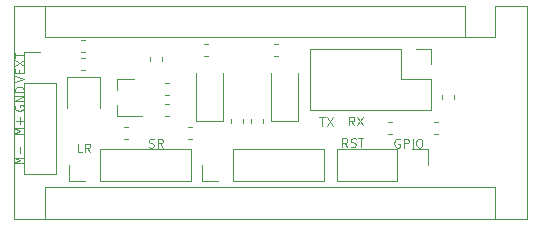
<source format=gbr>
G04 #@! TF.GenerationSoftware,KiCad,Pcbnew,(5.0.0)*
G04 #@! TF.CreationDate,2019-04-18T12:31:28+02:00*
G04 #@! TF.ProjectId,WateringSystem,5761746572696E6753797374656D2E6B,rev?*
G04 #@! TF.SameCoordinates,Original*
G04 #@! TF.FileFunction,Legend,Top*
G04 #@! TF.FilePolarity,Positive*
%FSLAX46Y46*%
G04 Gerber Fmt 4.6, Leading zero omitted, Abs format (unit mm)*
G04 Created by KiCad (PCBNEW (5.0.0)) date 04/18/19 12:31:28*
%MOMM*%
%LPD*%
G01*
G04 APERTURE LIST*
%ADD10C,0.100000*%
%ADD11C,0.120000*%
G04 APERTURE END LIST*
D10*
X89573171Y-84755485D02*
X90001742Y-84755485D01*
X89787457Y-85505485D02*
X89787457Y-84755485D01*
X90180314Y-84755485D02*
X90680314Y-85505485D01*
X90680314Y-84755485D02*
X90180314Y-85505485D01*
X92534200Y-85480085D02*
X92284200Y-85122942D01*
X92105628Y-85480085D02*
X92105628Y-84730085D01*
X92391342Y-84730085D01*
X92462771Y-84765800D01*
X92498485Y-84801514D01*
X92534200Y-84872942D01*
X92534200Y-84980085D01*
X92498485Y-85051514D01*
X92462771Y-85087228D01*
X92391342Y-85122942D01*
X92105628Y-85122942D01*
X92784200Y-84730085D02*
X93284200Y-85480085D01*
X93284200Y-84730085D02*
X92784200Y-85480085D01*
X96354200Y-86645400D02*
X96282771Y-86609685D01*
X96175628Y-86609685D01*
X96068485Y-86645400D01*
X95997057Y-86716828D01*
X95961342Y-86788257D01*
X95925628Y-86931114D01*
X95925628Y-87038257D01*
X95961342Y-87181114D01*
X95997057Y-87252542D01*
X96068485Y-87323971D01*
X96175628Y-87359685D01*
X96247057Y-87359685D01*
X96354200Y-87323971D01*
X96389914Y-87288257D01*
X96389914Y-87038257D01*
X96247057Y-87038257D01*
X96711342Y-87359685D02*
X96711342Y-86609685D01*
X96997057Y-86609685D01*
X97068485Y-86645400D01*
X97104200Y-86681114D01*
X97139914Y-86752542D01*
X97139914Y-86859685D01*
X97104200Y-86931114D01*
X97068485Y-86966828D01*
X96997057Y-87002542D01*
X96711342Y-87002542D01*
X97461342Y-87359685D02*
X97461342Y-86609685D01*
X97961342Y-86609685D02*
X98104200Y-86609685D01*
X98175628Y-86645400D01*
X98247057Y-86716828D01*
X98282771Y-86859685D01*
X98282771Y-87109685D01*
X98247057Y-87252542D01*
X98175628Y-87323971D01*
X98104200Y-87359685D01*
X97961342Y-87359685D01*
X97889914Y-87323971D01*
X97818485Y-87252542D01*
X97782771Y-87109685D01*
X97782771Y-86859685D01*
X97818485Y-86716828D01*
X97889914Y-86645400D01*
X97961342Y-86609685D01*
X91943685Y-87308885D02*
X91693685Y-86951742D01*
X91515114Y-87308885D02*
X91515114Y-86558885D01*
X91800828Y-86558885D01*
X91872257Y-86594600D01*
X91907971Y-86630314D01*
X91943685Y-86701742D01*
X91943685Y-86808885D01*
X91907971Y-86880314D01*
X91872257Y-86916028D01*
X91800828Y-86951742D01*
X91515114Y-86951742D01*
X92229400Y-87273171D02*
X92336542Y-87308885D01*
X92515114Y-87308885D01*
X92586542Y-87273171D01*
X92622257Y-87237457D01*
X92657971Y-87166028D01*
X92657971Y-87094600D01*
X92622257Y-87023171D01*
X92586542Y-86987457D01*
X92515114Y-86951742D01*
X92372257Y-86916028D01*
X92300828Y-86880314D01*
X92265114Y-86844600D01*
X92229400Y-86773171D01*
X92229400Y-86701742D01*
X92265114Y-86630314D01*
X92300828Y-86594600D01*
X92372257Y-86558885D01*
X92550828Y-86558885D01*
X92657971Y-86594600D01*
X92872257Y-86558885D02*
X93300828Y-86558885D01*
X93086542Y-87308885D02*
X93086542Y-86558885D01*
X69478542Y-87766085D02*
X69121400Y-87766085D01*
X69121400Y-87016085D01*
X70157114Y-87766085D02*
X69907114Y-87408942D01*
X69728542Y-87766085D02*
X69728542Y-87016085D01*
X70014257Y-87016085D01*
X70085685Y-87051800D01*
X70121400Y-87087514D01*
X70157114Y-87158942D01*
X70157114Y-87266085D01*
X70121400Y-87337514D01*
X70085685Y-87373228D01*
X70014257Y-87408942D01*
X69728542Y-87408942D01*
X75128114Y-87323971D02*
X75235257Y-87359685D01*
X75413828Y-87359685D01*
X75485257Y-87323971D01*
X75520971Y-87288257D01*
X75556685Y-87216828D01*
X75556685Y-87145400D01*
X75520971Y-87073971D01*
X75485257Y-87038257D01*
X75413828Y-87002542D01*
X75270971Y-86966828D01*
X75199542Y-86931114D01*
X75163828Y-86895400D01*
X75128114Y-86823971D01*
X75128114Y-86752542D01*
X75163828Y-86681114D01*
X75199542Y-86645400D01*
X75270971Y-86609685D01*
X75449542Y-86609685D01*
X75556685Y-86645400D01*
X76306685Y-87359685D02*
X76056685Y-87002542D01*
X75878114Y-87359685D02*
X75878114Y-86609685D01*
X76163828Y-86609685D01*
X76235257Y-86645400D01*
X76270971Y-86681114D01*
X76306685Y-86752542D01*
X76306685Y-86859685D01*
X76270971Y-86931114D01*
X76235257Y-86966828D01*
X76163828Y-87002542D01*
X75878114Y-87002542D01*
X63836200Y-83807228D02*
X63800485Y-83878657D01*
X63800485Y-83985800D01*
X63836200Y-84092942D01*
X63907628Y-84164371D01*
X63979057Y-84200085D01*
X64121914Y-84235800D01*
X64229057Y-84235800D01*
X64371914Y-84200085D01*
X64443342Y-84164371D01*
X64514771Y-84092942D01*
X64550485Y-83985800D01*
X64550485Y-83914371D01*
X64514771Y-83807228D01*
X64479057Y-83771514D01*
X64229057Y-83771514D01*
X64229057Y-83914371D01*
X64550485Y-83450085D02*
X63800485Y-83450085D01*
X64550485Y-83021514D01*
X63800485Y-83021514D01*
X64550485Y-82664371D02*
X63800485Y-82664371D01*
X63800485Y-82485800D01*
X63836200Y-82378657D01*
X63907628Y-82307228D01*
X63979057Y-82271514D01*
X64121914Y-82235800D01*
X64229057Y-82235800D01*
X64371914Y-82271514D01*
X64443342Y-82307228D01*
X64514771Y-82378657D01*
X64550485Y-82485800D01*
X64550485Y-82664371D01*
X63800485Y-81775542D02*
X64550485Y-81525542D01*
X63800485Y-81275542D01*
X64157628Y-81025542D02*
X64157628Y-80775542D01*
X64550485Y-80668400D02*
X64550485Y-81025542D01*
X63800485Y-81025542D01*
X63800485Y-80668400D01*
X63800485Y-80418400D02*
X64550485Y-79918400D01*
X63800485Y-79918400D02*
X64550485Y-80418400D01*
X63800485Y-79739828D02*
X63800485Y-79311257D01*
X64550485Y-79525542D02*
X63800485Y-79525542D01*
X64474285Y-88699885D02*
X63724285Y-88699885D01*
X64260000Y-88449885D01*
X63724285Y-88199885D01*
X64474285Y-88199885D01*
X64188571Y-87842742D02*
X64188571Y-87271314D01*
X64474285Y-86236085D02*
X63724285Y-86236085D01*
X64260000Y-85986085D01*
X63724285Y-85736085D01*
X64474285Y-85736085D01*
X64188571Y-85378942D02*
X64188571Y-84807514D01*
X64474285Y-85093228D02*
X63902857Y-85093228D01*
D11*
G04 #@! TO.C,A1*
X101904800Y-78028800D02*
X104444800Y-78028800D01*
X104444800Y-78028800D02*
X104444800Y-75358800D01*
X101904800Y-75358800D02*
X63674800Y-75358800D01*
X107114800Y-75358800D02*
X104444800Y-75358800D01*
X104444800Y-90728800D02*
X104444800Y-93398800D01*
X104444800Y-90728800D02*
X66344800Y-90728800D01*
X66344800Y-90728800D02*
X66344800Y-93398800D01*
X101904800Y-78028800D02*
X101904800Y-75358800D01*
X101904800Y-78028800D02*
X66344800Y-78028800D01*
X66344800Y-78028800D02*
X66344800Y-75358800D01*
X63674800Y-75358800D02*
X63674800Y-93398800D01*
X63674800Y-93398800D02*
X107114800Y-93398800D01*
X107114800Y-93398800D02*
X107114800Y-75358800D01*
G04 #@! TO.C,C1*
X69741867Y-79804800D02*
X69399333Y-79804800D01*
X69741867Y-80824800D02*
X69399333Y-80824800D01*
G04 #@! TO.C,C2*
X69716467Y-79300800D02*
X69373933Y-79300800D01*
X69716467Y-78280800D02*
X69373933Y-78280800D01*
G04 #@! TO.C,C3*
X76485933Y-81862200D02*
X76828467Y-81862200D01*
X76485933Y-82882200D02*
X76828467Y-82882200D01*
G04 #@! TO.C,D1*
X70970600Y-81408600D02*
X70970600Y-84048600D01*
X70970600Y-81408600D02*
X68170600Y-81408600D01*
X68170600Y-81408600D02*
X68170600Y-84048600D01*
G04 #@! TO.C,D2*
X85453600Y-81011900D02*
X85453600Y-85071900D01*
X85453600Y-85071900D02*
X87723600Y-85071900D01*
X87723600Y-85071900D02*
X87723600Y-81011900D01*
G04 #@! TO.C,D3*
X81399000Y-85125900D02*
X81399000Y-81065900D01*
X79129000Y-85125900D02*
X81399000Y-85125900D01*
X79129000Y-81065900D02*
X79129000Y-85125900D01*
G04 #@! TO.C,J1*
X64583000Y-79289600D02*
X65913000Y-79289600D01*
X64583000Y-80619600D02*
X64583000Y-79289600D01*
X64583000Y-81889600D02*
X67243000Y-81889600D01*
X67243000Y-81889600D02*
X67243000Y-89569600D01*
X64583000Y-81889600D02*
X64583000Y-89569600D01*
X64583000Y-89569600D02*
X67243000Y-89569600D01*
G04 #@! TO.C,J2*
X99043800Y-78984800D02*
X99043800Y-80314800D01*
X97713800Y-78984800D02*
X99043800Y-78984800D01*
X99043800Y-81584800D02*
X99043800Y-84184800D01*
X96443800Y-81584800D02*
X99043800Y-81584800D01*
X96443800Y-78984800D02*
X96443800Y-81584800D01*
X99043800Y-84184800D02*
X88763800Y-84184800D01*
X96443800Y-78984800D02*
X88763800Y-78984800D01*
X88763800Y-78984800D02*
X88763800Y-84184800D01*
G04 #@! TO.C,J4*
X78673000Y-90179200D02*
X78673000Y-87519200D01*
X70993000Y-90179200D02*
X78673000Y-90179200D01*
X70993000Y-87519200D02*
X78673000Y-87519200D01*
X70993000Y-90179200D02*
X70993000Y-87519200D01*
X69723000Y-90179200D02*
X68393000Y-90179200D01*
X68393000Y-90179200D02*
X68393000Y-88849200D01*
G04 #@! TO.C,Q1*
X72392000Y-81554200D02*
X72392000Y-82484200D01*
X72392000Y-84714200D02*
X72392000Y-83784200D01*
X72392000Y-84714200D02*
X74552000Y-84714200D01*
X72392000Y-81554200D02*
X73852000Y-81554200D01*
G04 #@! TO.C,R1*
X76828467Y-83640200D02*
X76485933Y-83640200D01*
X76828467Y-84660200D02*
X76485933Y-84660200D01*
G04 #@! TO.C,R2*
X86099467Y-78585600D02*
X85756933Y-78585600D01*
X86099467Y-79605600D02*
X85756933Y-79605600D01*
G04 #@! TO.C,R3*
X76252800Y-79686333D02*
X76252800Y-80028867D01*
X75232800Y-79686333D02*
X75232800Y-80028867D01*
G04 #@! TO.C,R4*
X79801933Y-78611000D02*
X80144467Y-78611000D01*
X79801933Y-79631000D02*
X80144467Y-79631000D01*
G04 #@! TO.C,R5*
X73006133Y-85621400D02*
X73348667Y-85621400D01*
X73006133Y-86641400D02*
X73348667Y-86641400D01*
G04 #@! TO.C,R6*
X78809667Y-85621400D02*
X78467133Y-85621400D01*
X78809667Y-86641400D02*
X78467133Y-86641400D01*
G04 #@! TO.C,R7*
X82116200Y-85298067D02*
X82116200Y-84955533D01*
X83136200Y-85298067D02*
X83136200Y-84955533D01*
G04 #@! TO.C,R8*
X99972400Y-83254667D02*
X99972400Y-82912133D01*
X100992400Y-83254667D02*
X100992400Y-82912133D01*
G04 #@! TO.C,R10*
X84812600Y-85312067D02*
X84812600Y-84969533D01*
X83792600Y-85312067D02*
X83792600Y-84969533D01*
G04 #@! TO.C,R11*
X95726067Y-85189600D02*
X95383533Y-85189600D01*
X95726067Y-86209600D02*
X95383533Y-86209600D01*
G04 #@! TO.C,R12*
X99586867Y-86209600D02*
X99244333Y-86209600D01*
X99586867Y-85189600D02*
X99244333Y-85189600D01*
G04 #@! TO.C,U2*
X89925200Y-90153800D02*
X89925200Y-87493800D01*
X82245200Y-90153800D02*
X89925200Y-90153800D01*
X82245200Y-87493800D02*
X89925200Y-87493800D01*
X82245200Y-90153800D02*
X82245200Y-87493800D01*
X80975200Y-90153800D02*
X79645200Y-90153800D01*
X79645200Y-90153800D02*
X79645200Y-88823800D01*
G04 #@! TO.C,J3*
X91024400Y-87493800D02*
X91024400Y-90153800D01*
X96164400Y-87493800D02*
X91024400Y-87493800D01*
X96164400Y-90153800D02*
X91024400Y-90153800D01*
X96164400Y-87493800D02*
X96164400Y-90153800D01*
X97434400Y-87493800D02*
X98764400Y-87493800D01*
X98764400Y-87493800D02*
X98764400Y-88823800D01*
G04 #@! TD*
M02*

</source>
